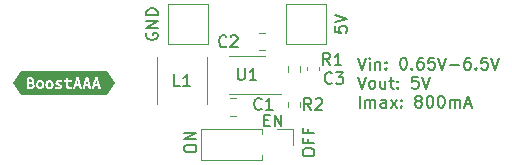
<source format=gto>
G04 #@! TF.GenerationSoftware,KiCad,Pcbnew,6.0.4-6f826c9f35~116~ubuntu20.04.1*
G04 #@! TF.CreationDate,2022-05-04T20:07:56+01:00*
G04 #@! TF.ProjectId,boostAAA,626f6f73-7441-4414-912e-6b696361645f,rev?*
G04 #@! TF.SameCoordinates,Original*
G04 #@! TF.FileFunction,Legend,Top*
G04 #@! TF.FilePolarity,Positive*
%FSLAX46Y46*%
G04 Gerber Fmt 4.6, Leading zero omitted, Abs format (unit mm)*
G04 Created by KiCad (PCBNEW 6.0.4-6f826c9f35~116~ubuntu20.04.1) date 2022-05-04 20:07:56*
%MOMM*%
%LPD*%
G01*
G04 APERTURE LIST*
%ADD10C,0.150000*%
%ADD11C,0.120000*%
G04 APERTURE END LIST*
D10*
X84392738Y-72842380D02*
X84726071Y-73842380D01*
X85059404Y-72842380D01*
X85392738Y-73842380D02*
X85392738Y-73175714D01*
X85392738Y-72842380D02*
X85345119Y-72890000D01*
X85392738Y-72937619D01*
X85440357Y-72890000D01*
X85392738Y-72842380D01*
X85392738Y-72937619D01*
X85868928Y-73175714D02*
X85868928Y-73842380D01*
X85868928Y-73270952D02*
X85916547Y-73223333D01*
X86011785Y-73175714D01*
X86154642Y-73175714D01*
X86249880Y-73223333D01*
X86297500Y-73318571D01*
X86297500Y-73842380D01*
X86773690Y-73747142D02*
X86821309Y-73794761D01*
X86773690Y-73842380D01*
X86726071Y-73794761D01*
X86773690Y-73747142D01*
X86773690Y-73842380D01*
X86773690Y-73223333D02*
X86821309Y-73270952D01*
X86773690Y-73318571D01*
X86726071Y-73270952D01*
X86773690Y-73223333D01*
X86773690Y-73318571D01*
X88202261Y-72842380D02*
X88297500Y-72842380D01*
X88392738Y-72890000D01*
X88440357Y-72937619D01*
X88487976Y-73032857D01*
X88535595Y-73223333D01*
X88535595Y-73461428D01*
X88487976Y-73651904D01*
X88440357Y-73747142D01*
X88392738Y-73794761D01*
X88297500Y-73842380D01*
X88202261Y-73842380D01*
X88107023Y-73794761D01*
X88059404Y-73747142D01*
X88011785Y-73651904D01*
X87964166Y-73461428D01*
X87964166Y-73223333D01*
X88011785Y-73032857D01*
X88059404Y-72937619D01*
X88107023Y-72890000D01*
X88202261Y-72842380D01*
X88964166Y-73747142D02*
X89011785Y-73794761D01*
X88964166Y-73842380D01*
X88916547Y-73794761D01*
X88964166Y-73747142D01*
X88964166Y-73842380D01*
X89868928Y-72842380D02*
X89678452Y-72842380D01*
X89583214Y-72890000D01*
X89535595Y-72937619D01*
X89440357Y-73080476D01*
X89392738Y-73270952D01*
X89392738Y-73651904D01*
X89440357Y-73747142D01*
X89487976Y-73794761D01*
X89583214Y-73842380D01*
X89773690Y-73842380D01*
X89868928Y-73794761D01*
X89916547Y-73747142D01*
X89964166Y-73651904D01*
X89964166Y-73413809D01*
X89916547Y-73318571D01*
X89868928Y-73270952D01*
X89773690Y-73223333D01*
X89583214Y-73223333D01*
X89487976Y-73270952D01*
X89440357Y-73318571D01*
X89392738Y-73413809D01*
X90868928Y-72842380D02*
X90392738Y-72842380D01*
X90345119Y-73318571D01*
X90392738Y-73270952D01*
X90487976Y-73223333D01*
X90726071Y-73223333D01*
X90821309Y-73270952D01*
X90868928Y-73318571D01*
X90916547Y-73413809D01*
X90916547Y-73651904D01*
X90868928Y-73747142D01*
X90821309Y-73794761D01*
X90726071Y-73842380D01*
X90487976Y-73842380D01*
X90392738Y-73794761D01*
X90345119Y-73747142D01*
X91202261Y-72842380D02*
X91535595Y-73842380D01*
X91868928Y-72842380D01*
X92202261Y-73461428D02*
X92964166Y-73461428D01*
X93868928Y-72842380D02*
X93678452Y-72842380D01*
X93583214Y-72890000D01*
X93535595Y-72937619D01*
X93440357Y-73080476D01*
X93392738Y-73270952D01*
X93392738Y-73651904D01*
X93440357Y-73747142D01*
X93487976Y-73794761D01*
X93583214Y-73842380D01*
X93773690Y-73842380D01*
X93868928Y-73794761D01*
X93916547Y-73747142D01*
X93964166Y-73651904D01*
X93964166Y-73413809D01*
X93916547Y-73318571D01*
X93868928Y-73270952D01*
X93773690Y-73223333D01*
X93583214Y-73223333D01*
X93487976Y-73270952D01*
X93440357Y-73318571D01*
X93392738Y-73413809D01*
X94392738Y-73747142D02*
X94440357Y-73794761D01*
X94392738Y-73842380D01*
X94345119Y-73794761D01*
X94392738Y-73747142D01*
X94392738Y-73842380D01*
X95345119Y-72842380D02*
X94868928Y-72842380D01*
X94821309Y-73318571D01*
X94868928Y-73270952D01*
X94964166Y-73223333D01*
X95202261Y-73223333D01*
X95297500Y-73270952D01*
X95345119Y-73318571D01*
X95392738Y-73413809D01*
X95392738Y-73651904D01*
X95345119Y-73747142D01*
X95297500Y-73794761D01*
X95202261Y-73842380D01*
X94964166Y-73842380D01*
X94868928Y-73794761D01*
X94821309Y-73747142D01*
X95678452Y-72842380D02*
X96011785Y-73842380D01*
X96345119Y-72842380D01*
X84392738Y-74452380D02*
X84726071Y-75452380D01*
X85059404Y-74452380D01*
X85535595Y-75452380D02*
X85440357Y-75404761D01*
X85392738Y-75357142D01*
X85345119Y-75261904D01*
X85345119Y-74976190D01*
X85392738Y-74880952D01*
X85440357Y-74833333D01*
X85535595Y-74785714D01*
X85678452Y-74785714D01*
X85773690Y-74833333D01*
X85821309Y-74880952D01*
X85868928Y-74976190D01*
X85868928Y-75261904D01*
X85821309Y-75357142D01*
X85773690Y-75404761D01*
X85678452Y-75452380D01*
X85535595Y-75452380D01*
X86726071Y-74785714D02*
X86726071Y-75452380D01*
X86297500Y-74785714D02*
X86297500Y-75309523D01*
X86345119Y-75404761D01*
X86440357Y-75452380D01*
X86583214Y-75452380D01*
X86678452Y-75404761D01*
X86726071Y-75357142D01*
X87059404Y-74785714D02*
X87440357Y-74785714D01*
X87202261Y-74452380D02*
X87202261Y-75309523D01*
X87249880Y-75404761D01*
X87345119Y-75452380D01*
X87440357Y-75452380D01*
X87773690Y-75357142D02*
X87821309Y-75404761D01*
X87773690Y-75452380D01*
X87726071Y-75404761D01*
X87773690Y-75357142D01*
X87773690Y-75452380D01*
X87773690Y-74833333D02*
X87821309Y-74880952D01*
X87773690Y-74928571D01*
X87726071Y-74880952D01*
X87773690Y-74833333D01*
X87773690Y-74928571D01*
X89487976Y-74452380D02*
X89011785Y-74452380D01*
X88964166Y-74928571D01*
X89011785Y-74880952D01*
X89107023Y-74833333D01*
X89345119Y-74833333D01*
X89440357Y-74880952D01*
X89487976Y-74928571D01*
X89535595Y-75023809D01*
X89535595Y-75261904D01*
X89487976Y-75357142D01*
X89440357Y-75404761D01*
X89345119Y-75452380D01*
X89107023Y-75452380D01*
X89011785Y-75404761D01*
X88964166Y-75357142D01*
X89821309Y-74452380D02*
X90154642Y-75452380D01*
X90487976Y-74452380D01*
X84535595Y-77062380D02*
X84535595Y-76062380D01*
X85011785Y-77062380D02*
X85011785Y-76395714D01*
X85011785Y-76490952D02*
X85059404Y-76443333D01*
X85154642Y-76395714D01*
X85297500Y-76395714D01*
X85392738Y-76443333D01*
X85440357Y-76538571D01*
X85440357Y-77062380D01*
X85440357Y-76538571D02*
X85487976Y-76443333D01*
X85583214Y-76395714D01*
X85726071Y-76395714D01*
X85821309Y-76443333D01*
X85868928Y-76538571D01*
X85868928Y-77062380D01*
X86773690Y-77062380D02*
X86773690Y-76538571D01*
X86726071Y-76443333D01*
X86630833Y-76395714D01*
X86440357Y-76395714D01*
X86345119Y-76443333D01*
X86773690Y-77014761D02*
X86678452Y-77062380D01*
X86440357Y-77062380D01*
X86345119Y-77014761D01*
X86297500Y-76919523D01*
X86297500Y-76824285D01*
X86345119Y-76729047D01*
X86440357Y-76681428D01*
X86678452Y-76681428D01*
X86773690Y-76633809D01*
X87154642Y-77062380D02*
X87678452Y-76395714D01*
X87154642Y-76395714D02*
X87678452Y-77062380D01*
X88059404Y-76967142D02*
X88107023Y-77014761D01*
X88059404Y-77062380D01*
X88011785Y-77014761D01*
X88059404Y-76967142D01*
X88059404Y-77062380D01*
X88059404Y-76443333D02*
X88107023Y-76490952D01*
X88059404Y-76538571D01*
X88011785Y-76490952D01*
X88059404Y-76443333D01*
X88059404Y-76538571D01*
X89440357Y-76490952D02*
X89345119Y-76443333D01*
X89297500Y-76395714D01*
X89249880Y-76300476D01*
X89249880Y-76252857D01*
X89297500Y-76157619D01*
X89345119Y-76110000D01*
X89440357Y-76062380D01*
X89630833Y-76062380D01*
X89726071Y-76110000D01*
X89773690Y-76157619D01*
X89821309Y-76252857D01*
X89821309Y-76300476D01*
X89773690Y-76395714D01*
X89726071Y-76443333D01*
X89630833Y-76490952D01*
X89440357Y-76490952D01*
X89345119Y-76538571D01*
X89297500Y-76586190D01*
X89249880Y-76681428D01*
X89249880Y-76871904D01*
X89297500Y-76967142D01*
X89345119Y-77014761D01*
X89440357Y-77062380D01*
X89630833Y-77062380D01*
X89726071Y-77014761D01*
X89773690Y-76967142D01*
X89821309Y-76871904D01*
X89821309Y-76681428D01*
X89773690Y-76586190D01*
X89726071Y-76538571D01*
X89630833Y-76490952D01*
X90440357Y-76062380D02*
X90535595Y-76062380D01*
X90630833Y-76110000D01*
X90678452Y-76157619D01*
X90726071Y-76252857D01*
X90773690Y-76443333D01*
X90773690Y-76681428D01*
X90726071Y-76871904D01*
X90678452Y-76967142D01*
X90630833Y-77014761D01*
X90535595Y-77062380D01*
X90440357Y-77062380D01*
X90345119Y-77014761D01*
X90297500Y-76967142D01*
X90249880Y-76871904D01*
X90202261Y-76681428D01*
X90202261Y-76443333D01*
X90249880Y-76252857D01*
X90297500Y-76157619D01*
X90345119Y-76110000D01*
X90440357Y-76062380D01*
X91392738Y-76062380D02*
X91487976Y-76062380D01*
X91583214Y-76110000D01*
X91630833Y-76157619D01*
X91678452Y-76252857D01*
X91726071Y-76443333D01*
X91726071Y-76681428D01*
X91678452Y-76871904D01*
X91630833Y-76967142D01*
X91583214Y-77014761D01*
X91487976Y-77062380D01*
X91392738Y-77062380D01*
X91297500Y-77014761D01*
X91249880Y-76967142D01*
X91202261Y-76871904D01*
X91154642Y-76681428D01*
X91154642Y-76443333D01*
X91202261Y-76252857D01*
X91249880Y-76157619D01*
X91297500Y-76110000D01*
X91392738Y-76062380D01*
X92154642Y-77062380D02*
X92154642Y-76395714D01*
X92154642Y-76490952D02*
X92202261Y-76443333D01*
X92297500Y-76395714D01*
X92440357Y-76395714D01*
X92535595Y-76443333D01*
X92583214Y-76538571D01*
X92583214Y-77062380D01*
X92583214Y-76538571D02*
X92630833Y-76443333D01*
X92726071Y-76395714D01*
X92868928Y-76395714D01*
X92964166Y-76443333D01*
X93011785Y-76538571D01*
X93011785Y-77062380D01*
X93440357Y-76776666D02*
X93916547Y-76776666D01*
X93345119Y-77062380D02*
X93678452Y-76062380D01*
X94011785Y-77062380D01*
X69702380Y-80619047D02*
X69702380Y-80428571D01*
X69750000Y-80333333D01*
X69845238Y-80238095D01*
X70035714Y-80190476D01*
X70369047Y-80190476D01*
X70559523Y-80238095D01*
X70654761Y-80333333D01*
X70702380Y-80428571D01*
X70702380Y-80619047D01*
X70654761Y-80714285D01*
X70559523Y-80809523D01*
X70369047Y-80857142D01*
X70035714Y-80857142D01*
X69845238Y-80809523D01*
X69750000Y-80714285D01*
X69702380Y-80619047D01*
X70702380Y-79761904D02*
X69702380Y-79761904D01*
X70702380Y-79190476D01*
X69702380Y-79190476D01*
X79702380Y-80952380D02*
X79702380Y-80761904D01*
X79750000Y-80666666D01*
X79845238Y-80571428D01*
X80035714Y-80523809D01*
X80369047Y-80523809D01*
X80559523Y-80571428D01*
X80654761Y-80666666D01*
X80702380Y-80761904D01*
X80702380Y-80952380D01*
X80654761Y-81047619D01*
X80559523Y-81142857D01*
X80369047Y-81190476D01*
X80035714Y-81190476D01*
X79845238Y-81142857D01*
X79750000Y-81047619D01*
X79702380Y-80952380D01*
X80178571Y-79761904D02*
X80178571Y-80095238D01*
X80702380Y-80095238D02*
X79702380Y-80095238D01*
X79702380Y-79619047D01*
X80178571Y-78904761D02*
X80178571Y-79238095D01*
X80702380Y-79238095D02*
X79702380Y-79238095D01*
X79702380Y-78761904D01*
G04 #@! TO.C,R1*
X82033333Y-73452380D02*
X81700000Y-72976190D01*
X81461904Y-73452380D02*
X81461904Y-72452380D01*
X81842857Y-72452380D01*
X81938095Y-72500000D01*
X81985714Y-72547619D01*
X82033333Y-72642857D01*
X82033333Y-72785714D01*
X81985714Y-72880952D01*
X81938095Y-72928571D01*
X81842857Y-72976190D01*
X81461904Y-72976190D01*
X82985714Y-73452380D02*
X82414285Y-73452380D01*
X82700000Y-73452380D02*
X82700000Y-72452380D01*
X82604761Y-72595238D01*
X82509523Y-72690476D01*
X82414285Y-72738095D01*
G04 #@! TO.C,SW1*
X76436904Y-78128571D02*
X76770238Y-78128571D01*
X76913095Y-78652380D02*
X76436904Y-78652380D01*
X76436904Y-77652380D01*
X76913095Y-77652380D01*
X77341666Y-78652380D02*
X77341666Y-77652380D01*
X77913095Y-78652380D01*
X77913095Y-77652380D01*
G04 #@! TO.C,C3*
X82183333Y-74957142D02*
X82135714Y-75004761D01*
X81992857Y-75052380D01*
X81897619Y-75052380D01*
X81754761Y-75004761D01*
X81659523Y-74909523D01*
X81611904Y-74814285D01*
X81564285Y-74623809D01*
X81564285Y-74480952D01*
X81611904Y-74290476D01*
X81659523Y-74195238D01*
X81754761Y-74100000D01*
X81897619Y-74052380D01*
X81992857Y-74052380D01*
X82135714Y-74100000D01*
X82183333Y-74147619D01*
X82516666Y-74052380D02*
X83135714Y-74052380D01*
X82802380Y-74433333D01*
X82945238Y-74433333D01*
X83040476Y-74480952D01*
X83088095Y-74528571D01*
X83135714Y-74623809D01*
X83135714Y-74861904D01*
X83088095Y-74957142D01*
X83040476Y-75004761D01*
X82945238Y-75052380D01*
X82659523Y-75052380D01*
X82564285Y-75004761D01*
X82516666Y-74957142D01*
G04 #@! TO.C,TP2*
X66500000Y-70761904D02*
X66452380Y-70857142D01*
X66452380Y-71000000D01*
X66500000Y-71142857D01*
X66595238Y-71238095D01*
X66690476Y-71285714D01*
X66880952Y-71333333D01*
X67023809Y-71333333D01*
X67214285Y-71285714D01*
X67309523Y-71238095D01*
X67404761Y-71142857D01*
X67452380Y-71000000D01*
X67452380Y-70904761D01*
X67404761Y-70761904D01*
X67357142Y-70714285D01*
X67023809Y-70714285D01*
X67023809Y-70904761D01*
X67452380Y-70285714D02*
X66452380Y-70285714D01*
X67452380Y-69714285D01*
X66452380Y-69714285D01*
X67452380Y-69238095D02*
X66452380Y-69238095D01*
X66452380Y-69000000D01*
X66500000Y-68857142D01*
X66595238Y-68761904D01*
X66690476Y-68714285D01*
X66880952Y-68666666D01*
X67023809Y-68666666D01*
X67214285Y-68714285D01*
X67309523Y-68761904D01*
X67404761Y-68857142D01*
X67452380Y-69000000D01*
X67452380Y-69238095D01*
G04 #@! TO.C,L1*
X69333333Y-75252380D02*
X68857142Y-75252380D01*
X68857142Y-74252380D01*
X70190476Y-75252380D02*
X69619047Y-75252380D01*
X69904761Y-75252380D02*
X69904761Y-74252380D01*
X69809523Y-74395238D01*
X69714285Y-74490476D01*
X69619047Y-74538095D01*
G04 #@! TO.C,R2*
X80433333Y-77252380D02*
X80100000Y-76776190D01*
X79861904Y-77252380D02*
X79861904Y-76252380D01*
X80242857Y-76252380D01*
X80338095Y-76300000D01*
X80385714Y-76347619D01*
X80433333Y-76442857D01*
X80433333Y-76585714D01*
X80385714Y-76680952D01*
X80338095Y-76728571D01*
X80242857Y-76776190D01*
X79861904Y-76776190D01*
X80814285Y-76347619D02*
X80861904Y-76300000D01*
X80957142Y-76252380D01*
X81195238Y-76252380D01*
X81290476Y-76300000D01*
X81338095Y-76347619D01*
X81385714Y-76442857D01*
X81385714Y-76538095D01*
X81338095Y-76680952D01*
X80766666Y-77252380D01*
X81385714Y-77252380D01*
G04 #@! TO.C,C1*
X76233333Y-77157142D02*
X76185714Y-77204761D01*
X76042857Y-77252380D01*
X75947619Y-77252380D01*
X75804761Y-77204761D01*
X75709523Y-77109523D01*
X75661904Y-77014285D01*
X75614285Y-76823809D01*
X75614285Y-76680952D01*
X75661904Y-76490476D01*
X75709523Y-76395238D01*
X75804761Y-76300000D01*
X75947619Y-76252380D01*
X76042857Y-76252380D01*
X76185714Y-76300000D01*
X76233333Y-76347619D01*
X77185714Y-77252380D02*
X76614285Y-77252380D01*
X76900000Y-77252380D02*
X76900000Y-76252380D01*
X76804761Y-76395238D01*
X76709523Y-76490476D01*
X76614285Y-76538095D01*
G04 #@! TO.C,TP1*
X82452380Y-70190476D02*
X82452380Y-70666666D01*
X82928571Y-70714285D01*
X82880952Y-70666666D01*
X82833333Y-70571428D01*
X82833333Y-70333333D01*
X82880952Y-70238095D01*
X82928571Y-70190476D01*
X83023809Y-70142857D01*
X83261904Y-70142857D01*
X83357142Y-70190476D01*
X83404761Y-70238095D01*
X83452380Y-70333333D01*
X83452380Y-70571428D01*
X83404761Y-70666666D01*
X83357142Y-70714285D01*
X82452380Y-69857142D02*
X83452380Y-69523809D01*
X82452380Y-69190476D01*
G04 #@! TO.C,U1*
X74225595Y-73727380D02*
X74225595Y-74536904D01*
X74273214Y-74632142D01*
X74320833Y-74679761D01*
X74416071Y-74727380D01*
X74606547Y-74727380D01*
X74701785Y-74679761D01*
X74749404Y-74632142D01*
X74797023Y-74536904D01*
X74797023Y-73727380D01*
X75797023Y-74727380D02*
X75225595Y-74727380D01*
X75511309Y-74727380D02*
X75511309Y-73727380D01*
X75416071Y-73870238D01*
X75320833Y-73965476D01*
X75225595Y-74013095D01*
G04 #@! TO.C,C2*
X73245833Y-71857142D02*
X73198214Y-71904761D01*
X73055357Y-71952380D01*
X72960119Y-71952380D01*
X72817261Y-71904761D01*
X72722023Y-71809523D01*
X72674404Y-71714285D01*
X72626785Y-71523809D01*
X72626785Y-71380952D01*
X72674404Y-71190476D01*
X72722023Y-71095238D01*
X72817261Y-71000000D01*
X72960119Y-70952380D01*
X73055357Y-70952380D01*
X73198214Y-71000000D01*
X73245833Y-71047619D01*
X73626785Y-71047619D02*
X73674404Y-71000000D01*
X73769642Y-70952380D01*
X74007738Y-70952380D01*
X74102976Y-71000000D01*
X74150595Y-71047619D01*
X74198214Y-71142857D01*
X74198214Y-71238095D01*
X74150595Y-71380952D01*
X73579166Y-71952380D01*
X74198214Y-71952380D01*
D11*
G04 #@! TO.C,R1*
X78477500Y-73537742D02*
X78477500Y-74012258D01*
X79522500Y-73537742D02*
X79522500Y-74012258D01*
G04 #@! TO.C,SW1*
X76255000Y-81530000D02*
X71115000Y-81530000D01*
X76255000Y-78870000D02*
X76255000Y-79290000D01*
X76255000Y-78870000D02*
X71115000Y-78870000D01*
X71115000Y-78870000D02*
X71115000Y-81530000D01*
X77525000Y-78870000D02*
X78855000Y-78870000D01*
X78855000Y-78870000D02*
X78855000Y-80200000D01*
X76255000Y-81110000D02*
X76255000Y-81530000D01*
G04 #@! TO.C,C3*
X80090000Y-73634420D02*
X80090000Y-73915580D01*
X81110000Y-73634420D02*
X81110000Y-73915580D01*
G04 #@! TO.C,kibuzzard-6259CC62*
G36*
X55182485Y-75000000D02*
G01*
X55862376Y-73980164D01*
X63137624Y-73980164D01*
X63817515Y-75000000D01*
X63137624Y-76019836D01*
X55862376Y-76019836D01*
X55496281Y-75470694D01*
X56375006Y-75470694D01*
X56443666Y-75483195D01*
X56513119Y-75492125D01*
X56581778Y-75497483D01*
X56648056Y-75499269D01*
X56726439Y-75495498D01*
X56799662Y-75484188D01*
X56865544Y-75463947D01*
X56921900Y-75433388D01*
X57003656Y-75338138D01*
X57026278Y-75271264D01*
X57033819Y-75189706D01*
X57024889Y-75123031D01*
X57020201Y-75111919D01*
X57129069Y-75111919D01*
X57135419Y-75196652D01*
X57154469Y-75273050D01*
X57185227Y-75340320D01*
X57226700Y-75397669D01*
X57277897Y-75444103D01*
X57337825Y-75478631D01*
X57405889Y-75500062D01*
X57481494Y-75507206D01*
X57557098Y-75500062D01*
X57625162Y-75478631D01*
X57684892Y-75444103D01*
X57735494Y-75397669D01*
X57776372Y-75340320D01*
X57806931Y-75273050D01*
X57825981Y-75196652D01*
X57832331Y-75111919D01*
X57922819Y-75111919D01*
X57929169Y-75196652D01*
X57948219Y-75273050D01*
X57978977Y-75340320D01*
X58020450Y-75397669D01*
X58071647Y-75444103D01*
X58131575Y-75478631D01*
X58199639Y-75500062D01*
X58275244Y-75507206D01*
X58350848Y-75500062D01*
X58418912Y-75478631D01*
X58478642Y-75444103D01*
X58480804Y-75442119D01*
X58756256Y-75442119D01*
X58865794Y-75481806D01*
X58941200Y-75498475D01*
X59030894Y-75504031D01*
X59118603Y-75499666D01*
X59191231Y-75486569D01*
X59296800Y-75438944D01*
X59354744Y-75367506D01*
X59372206Y-75280194D01*
X59348394Y-75180975D01*
X59287275Y-75114300D01*
X59203931Y-75070644D01*
X59115031Y-75038894D01*
X59058675Y-75019050D01*
X59012637Y-74997619D01*
X58980887Y-74973012D01*
X58968981Y-74942056D01*
X58995175Y-74903162D01*
X59095981Y-74884906D01*
X59224569Y-74903162D01*
X59308706Y-74929356D01*
X59313636Y-74902369D01*
X59521431Y-74902369D01*
X59691294Y-74902369D01*
X59691294Y-75208756D01*
X59696056Y-75293489D01*
X59710344Y-75360363D01*
X59765906Y-75450056D01*
X59854806Y-75492919D01*
X59975456Y-75504031D01*
X60096900Y-75494506D01*
X60126068Y-75486569D01*
X60272319Y-75486569D01*
X60475519Y-75486569D01*
X60519969Y-75259556D01*
X60781906Y-75259556D01*
X60827944Y-75486569D01*
X61037494Y-75486569D01*
X61066069Y-75486569D01*
X61269269Y-75486569D01*
X61313719Y-75259556D01*
X61575656Y-75259556D01*
X61621694Y-75486569D01*
X61831244Y-75486569D01*
X61859819Y-75486569D01*
X62063019Y-75486569D01*
X62107469Y-75259556D01*
X62369406Y-75259556D01*
X62415444Y-75486569D01*
X62624994Y-75486569D01*
X62598800Y-75375158D01*
X62572289Y-75266986D01*
X62545460Y-75162052D01*
X62518314Y-75060357D01*
X62490850Y-74961900D01*
X62456272Y-74842490D01*
X62421595Y-74726355D01*
X62386819Y-74613493D01*
X62351944Y-74503906D01*
X62139219Y-74503906D01*
X62105584Y-74612600D01*
X62071353Y-74724370D01*
X62036527Y-74839216D01*
X62001106Y-74957137D01*
X61972595Y-75054769D01*
X61944210Y-75156528D01*
X61915953Y-75262414D01*
X61887822Y-75372428D01*
X61859819Y-75486569D01*
X61831244Y-75486569D01*
X61805050Y-75375158D01*
X61778539Y-75266986D01*
X61751710Y-75162052D01*
X61724564Y-75060357D01*
X61697100Y-74961900D01*
X61662522Y-74842490D01*
X61627845Y-74726355D01*
X61593069Y-74613493D01*
X61558194Y-74503906D01*
X61345469Y-74503906D01*
X61311834Y-74612600D01*
X61277603Y-74724370D01*
X61242777Y-74839216D01*
X61207356Y-74957137D01*
X61178845Y-75054769D01*
X61150460Y-75156528D01*
X61122203Y-75262414D01*
X61094072Y-75372428D01*
X61066069Y-75486569D01*
X61037494Y-75486569D01*
X61011300Y-75375158D01*
X60984789Y-75266986D01*
X60957960Y-75162052D01*
X60930814Y-75060357D01*
X60903350Y-74961900D01*
X60868772Y-74842490D01*
X60834095Y-74726355D01*
X60799319Y-74613493D01*
X60764444Y-74503906D01*
X60551719Y-74503906D01*
X60518084Y-74612600D01*
X60483853Y-74724370D01*
X60449027Y-74839216D01*
X60413606Y-74957137D01*
X60385095Y-75054769D01*
X60356710Y-75156528D01*
X60328453Y-75262414D01*
X60300322Y-75372428D01*
X60272319Y-75486569D01*
X60126068Y-75486569D01*
X60213581Y-75462756D01*
X60186594Y-75294481D01*
X60136588Y-75315119D01*
X60092138Y-75327025D01*
X60047688Y-75332581D01*
X59997681Y-75334169D01*
X59951644Y-75329406D01*
X59916719Y-75310356D01*
X59894494Y-75270669D01*
X59886556Y-75203994D01*
X59886556Y-74902369D01*
X60199294Y-74902369D01*
X60199294Y-74740444D01*
X59886556Y-74740444D01*
X59886556Y-74521369D01*
X59691294Y-74553119D01*
X59691294Y-74740444D01*
X59521431Y-74740444D01*
X59521431Y-74902369D01*
X59313636Y-74902369D01*
X59338869Y-74764256D01*
X59230125Y-74732506D01*
X59164839Y-74724172D01*
X59094394Y-74721394D01*
X59016209Y-74725958D01*
X58949931Y-74739650D01*
X58850712Y-74790450D01*
X58793562Y-74865062D01*
X58775306Y-74954756D01*
X58799119Y-75052388D01*
X58859444Y-75116681D01*
X58940406Y-75158750D01*
X59027719Y-75188119D01*
X59085662Y-75207169D01*
X59134875Y-75227013D01*
X59168212Y-75251619D01*
X59180119Y-75286544D01*
X59142019Y-75328613D01*
X59032481Y-75338931D01*
X58904687Y-75319881D01*
X58786419Y-75278606D01*
X58756256Y-75442119D01*
X58480804Y-75442119D01*
X58529244Y-75397669D01*
X58570122Y-75340320D01*
X58600681Y-75273050D01*
X58619731Y-75196652D01*
X58626081Y-75111919D01*
X58619731Y-75028377D01*
X58600681Y-74952375D01*
X58569923Y-74885303D01*
X58528450Y-74828550D01*
X58477253Y-74782909D01*
X58417325Y-74749175D01*
X58349658Y-74728339D01*
X58275244Y-74721394D01*
X58201822Y-74728339D01*
X58133956Y-74749175D01*
X58073433Y-74782909D01*
X58022037Y-74828550D01*
X57980366Y-74885303D01*
X57949012Y-74952375D01*
X57929367Y-75028377D01*
X57922819Y-75111919D01*
X57832331Y-75111919D01*
X57825981Y-75028377D01*
X57806931Y-74952375D01*
X57776173Y-74885303D01*
X57734700Y-74828550D01*
X57683503Y-74782909D01*
X57623575Y-74749175D01*
X57555908Y-74728339D01*
X57481494Y-74721394D01*
X57408072Y-74728339D01*
X57340206Y-74749175D01*
X57279683Y-74782909D01*
X57228287Y-74828550D01*
X57186616Y-74885303D01*
X57155262Y-74952375D01*
X57135617Y-75028377D01*
X57129069Y-75111919D01*
X57020201Y-75111919D01*
X56998100Y-75059531D01*
X56946308Y-75003969D01*
X56862369Y-74961106D01*
X56953650Y-74875381D01*
X56979248Y-74817437D01*
X56987781Y-74751556D01*
X56973494Y-74659481D01*
X56919519Y-74576137D01*
X56809981Y-74515812D01*
X56729812Y-74498548D01*
X56629006Y-74492794D01*
X56497244Y-74499938D01*
X56375006Y-74516606D01*
X56375006Y-75470694D01*
X55496281Y-75470694D01*
X55182485Y-75000000D01*
G37*
G36*
X56711556Y-74666625D02*
G01*
X56756006Y-74682500D01*
X56786169Y-74715837D01*
X56797281Y-74772194D01*
X56759181Y-74861887D01*
X56646469Y-74894431D01*
X56570269Y-74894431D01*
X56570269Y-74669006D01*
X56613131Y-74664244D01*
X56659169Y-74662656D01*
X56711556Y-74666625D01*
G37*
G36*
X57549955Y-74906536D02*
G01*
X57596587Y-74952375D01*
X57623377Y-75023217D01*
X57632306Y-75113506D01*
X57622583Y-75203994D01*
X57593412Y-75275431D01*
X57545192Y-75321866D01*
X57478319Y-75337344D01*
X57409858Y-75321866D01*
X57363225Y-75275431D01*
X57336436Y-75203994D01*
X57327506Y-75113506D01*
X57337230Y-75023217D01*
X57366400Y-74952375D01*
X57414620Y-74906536D01*
X57481494Y-74891256D01*
X57549955Y-74906536D01*
G37*
G36*
X58343705Y-74906536D02*
G01*
X58390337Y-74952375D01*
X58417127Y-75023217D01*
X58426056Y-75113506D01*
X58416333Y-75203994D01*
X58387162Y-75275431D01*
X58338942Y-75321866D01*
X58272069Y-75337344D01*
X58203608Y-75321866D01*
X58156975Y-75275431D01*
X58130186Y-75203994D01*
X58121256Y-75113506D01*
X58130980Y-75023217D01*
X58160150Y-74952375D01*
X58208370Y-74906536D01*
X58275244Y-74891256D01*
X58343705Y-74906536D01*
G37*
G36*
X61476438Y-74799975D02*
G01*
X61501838Y-74898400D01*
X61523269Y-74996031D01*
X61542319Y-75097631D01*
X61350231Y-75097631D01*
X61370075Y-74996031D01*
X61392300Y-74898400D01*
X61417700Y-74799975D01*
X61447069Y-74694406D01*
X61476438Y-74799975D01*
G37*
G36*
X56796487Y-75087313D02*
G01*
X56841731Y-75189706D01*
X56825856Y-75260350D01*
X56785375Y-75303213D01*
X56729019Y-75323850D01*
X56663931Y-75329406D01*
X56615512Y-75327819D01*
X56570269Y-75323056D01*
X56570269Y-75056356D01*
X56675044Y-75056356D01*
X56796487Y-75087313D01*
G37*
G36*
X62270188Y-74799975D02*
G01*
X62295588Y-74898400D01*
X62317019Y-74996031D01*
X62336069Y-75097631D01*
X62143981Y-75097631D01*
X62163825Y-74996031D01*
X62186050Y-74898400D01*
X62211450Y-74799975D01*
X62240819Y-74694406D01*
X62270188Y-74799975D01*
G37*
G36*
X60682688Y-74799975D02*
G01*
X60708088Y-74898400D01*
X60729519Y-74996031D01*
X60748569Y-75097631D01*
X60556481Y-75097631D01*
X60576325Y-74996031D01*
X60598550Y-74898400D01*
X60623950Y-74799975D01*
X60653319Y-74694406D01*
X60682688Y-74799975D01*
G37*
G04 #@! TO.C,TP2*
X68300000Y-68300000D02*
X71700000Y-68300000D01*
X71700000Y-71700000D02*
X68300000Y-71700000D01*
X71700000Y-68300000D02*
X71700000Y-71700000D01*
X68300000Y-71700000D02*
X68300000Y-68300000D01*
G04 #@! TO.C,L1*
X71610000Y-72750000D02*
X71610000Y-76750000D01*
X67390000Y-76750000D02*
X67390000Y-72750000D01*
G04 #@! TO.C,R2*
X79522500Y-76562742D02*
X79522500Y-77037258D01*
X78477500Y-76562742D02*
X78477500Y-77037258D01*
G04 #@! TO.C,C1*
X73526248Y-76290000D02*
X74048752Y-76290000D01*
X73526248Y-77760000D02*
X74048752Y-77760000D01*
G04 #@! TO.C,TP1*
X81700000Y-68300000D02*
X81700000Y-71700000D01*
X78300000Y-68300000D02*
X81700000Y-68300000D01*
X81700000Y-71700000D02*
X78300000Y-71700000D01*
X78300000Y-71700000D02*
X78300000Y-68300000D01*
G04 #@! TO.C,U1*
X74987500Y-75885000D02*
X77912500Y-75885000D01*
X74987500Y-75885000D02*
X73487500Y-75885000D01*
X74987500Y-72665000D02*
X73487500Y-72665000D01*
X74987500Y-72665000D02*
X76487500Y-72665000D01*
G04 #@! TO.C,C2*
X76511252Y-72210000D02*
X75988748Y-72210000D01*
X76511252Y-70740000D02*
X75988748Y-70740000D01*
G04 #@! TD*
M02*

</source>
